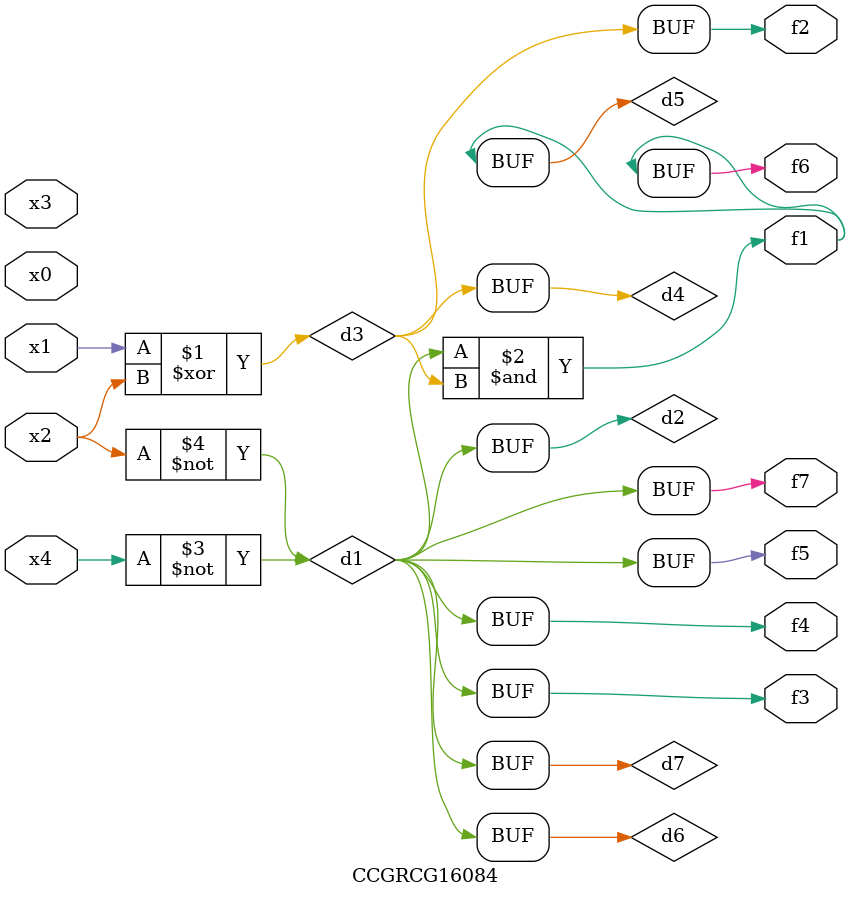
<source format=v>
module CCGRCG16084(
	input x0, x1, x2, x3, x4,
	output f1, f2, f3, f4, f5, f6, f7
);

	wire d1, d2, d3, d4, d5, d6, d7;

	not (d1, x4);
	not (d2, x2);
	xor (d3, x1, x2);
	buf (d4, d3);
	and (d5, d1, d3);
	buf (d6, d1, d2);
	buf (d7, d2);
	assign f1 = d5;
	assign f2 = d4;
	assign f3 = d7;
	assign f4 = d7;
	assign f5 = d7;
	assign f6 = d5;
	assign f7 = d7;
endmodule

</source>
